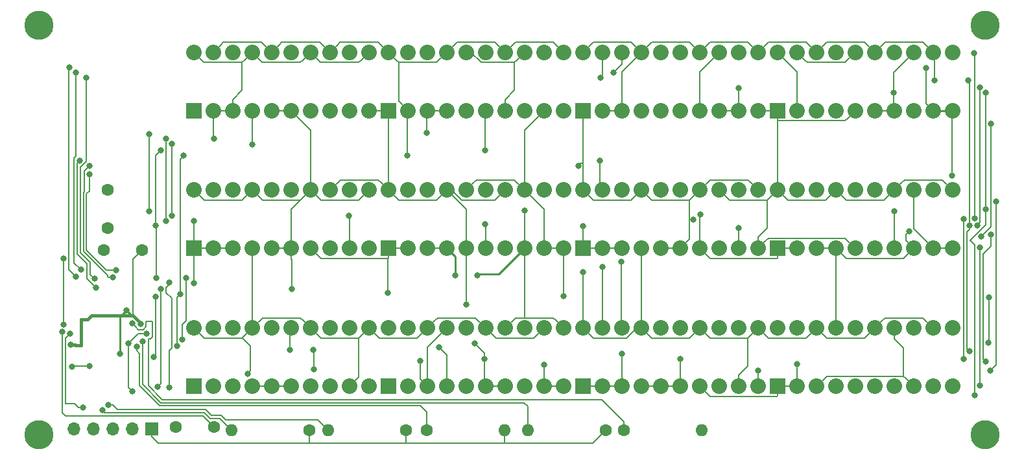
<source format=gbl>
G04 #@! TF.GenerationSoftware,KiCad,Pcbnew,(5.1.5)-3*
G04 #@! TF.CreationDate,2023-02-05T16:44:42+09:00*
G04 #@! TF.ProjectId,Dot_matrix_driver,446f745f-6d61-4747-9269-785f64726976,rev?*
G04 #@! TF.SameCoordinates,Original*
G04 #@! TF.FileFunction,Copper,L2,Bot*
G04 #@! TF.FilePolarity,Positive*
%FSLAX46Y46*%
G04 Gerber Fmt 4.6, Leading zero omitted, Abs format (unit mm)*
G04 Created by KiCad (PCBNEW (5.1.5)-3) date 2023-02-05 16:44:42*
%MOMM*%
%LPD*%
G04 APERTURE LIST*
%ADD10C,3.800000*%
%ADD11C,2.032000*%
%ADD12R,2.032000X2.032000*%
%ADD13O,1.700000X1.700000*%
%ADD14R,1.700000X1.700000*%
%ADD15O,1.600000X1.600000*%
%ADD16C,1.600000*%
%ADD17C,0.800000*%
%ADD18C,0.381000*%
%ADD19C,0.200000*%
%ADD20C,0.250000*%
%ADD21C,0.180000*%
G04 APERTURE END LIST*
D10*
X24550000Y-76200000D03*
X24550000Y-22700000D03*
X148050000Y-22700000D03*
X148050000Y-76200000D03*
D11*
X44785200Y-62265400D03*
X47325200Y-62265400D03*
X49865200Y-62265400D03*
X52405200Y-62265400D03*
X65105200Y-69885400D03*
X67645200Y-69885400D03*
X67645200Y-62265400D03*
X65105200Y-62265400D03*
X62565200Y-69885400D03*
X60025200Y-69885400D03*
X57485200Y-69885400D03*
X54945200Y-69885400D03*
X54945200Y-62265400D03*
X57485200Y-62265400D03*
X60025200Y-62265400D03*
X62565200Y-62265400D03*
X52405200Y-69885400D03*
X49865200Y-69885400D03*
X47325200Y-69885400D03*
D12*
X44785200Y-69885400D03*
D13*
X29140000Y-75450000D03*
X31680000Y-75450000D03*
X34220000Y-75450000D03*
X36760000Y-75450000D03*
D14*
X39300000Y-75450000D03*
D11*
X120985200Y-62265400D03*
X123525200Y-62265400D03*
X126065200Y-62265400D03*
X128605200Y-62265400D03*
X141305200Y-69885400D03*
X143845200Y-69885400D03*
X143845200Y-62265400D03*
X141305200Y-62265400D03*
X138765200Y-69885400D03*
X136225200Y-69885400D03*
X133685200Y-69885400D03*
X131145200Y-69885400D03*
X131145200Y-62265400D03*
X133685200Y-62265400D03*
X136225200Y-62265400D03*
X138765200Y-62265400D03*
X128605200Y-69885400D03*
X126065200Y-69885400D03*
X123525200Y-69885400D03*
D12*
X120985200Y-69885400D03*
D11*
X95585200Y-62265400D03*
X98125200Y-62265400D03*
X100665200Y-62265400D03*
X103205200Y-62265400D03*
X115905200Y-69885400D03*
X118445200Y-69885400D03*
X118445200Y-62265400D03*
X115905200Y-62265400D03*
X113365200Y-69885400D03*
X110825200Y-69885400D03*
X108285200Y-69885400D03*
X105745200Y-69885400D03*
X105745200Y-62265400D03*
X108285200Y-62265400D03*
X110825200Y-62265400D03*
X113365200Y-62265400D03*
X103205200Y-69885400D03*
X100665200Y-69885400D03*
X98125200Y-69885400D03*
D12*
X95585200Y-69885400D03*
D11*
X70185200Y-62265400D03*
X72725200Y-62265400D03*
X75265200Y-62265400D03*
X77805200Y-62265400D03*
X90505200Y-69885400D03*
X93045200Y-69885400D03*
X93045200Y-62265400D03*
X90505200Y-62265400D03*
X87965200Y-69885400D03*
X85425200Y-69885400D03*
X82885200Y-69885400D03*
X80345200Y-69885400D03*
X80345200Y-62265400D03*
X82885200Y-62265400D03*
X85425200Y-62265400D03*
X87965200Y-62265400D03*
X77805200Y-69885400D03*
X75265200Y-69885400D03*
X72725200Y-69885400D03*
D12*
X70185200Y-69885400D03*
D11*
X120985200Y-44265400D03*
X123525200Y-44265400D03*
X126065200Y-44265400D03*
X128605200Y-44265400D03*
X141305200Y-51885400D03*
X143845200Y-51885400D03*
X143845200Y-44265400D03*
X141305200Y-44265400D03*
X138765200Y-51885400D03*
X136225200Y-51885400D03*
X133685200Y-51885400D03*
X131145200Y-51885400D03*
X131145200Y-44265400D03*
X133685200Y-44265400D03*
X136225200Y-44265400D03*
X138765200Y-44265400D03*
X128605200Y-51885400D03*
X126065200Y-51885400D03*
X123525200Y-51885400D03*
D12*
X120985200Y-51885400D03*
D11*
X95585200Y-44265400D03*
X98125200Y-44265400D03*
X100665200Y-44265400D03*
X103205200Y-44265400D03*
X115905200Y-51885400D03*
X118445200Y-51885400D03*
X118445200Y-44265400D03*
X115905200Y-44265400D03*
X113365200Y-51885400D03*
X110825200Y-51885400D03*
X108285200Y-51885400D03*
X105745200Y-51885400D03*
X105745200Y-44265400D03*
X108285200Y-44265400D03*
X110825200Y-44265400D03*
X113365200Y-44265400D03*
X103205200Y-51885400D03*
X100665200Y-51885400D03*
X98125200Y-51885400D03*
D12*
X95585200Y-51885400D03*
D11*
X70185200Y-44265400D03*
X72725200Y-44265400D03*
X75265200Y-44265400D03*
X77805200Y-44265400D03*
X90505200Y-51885400D03*
X93045200Y-51885400D03*
X93045200Y-44265400D03*
X90505200Y-44265400D03*
X87965200Y-51885400D03*
X85425200Y-51885400D03*
X82885200Y-51885400D03*
X80345200Y-51885400D03*
X80345200Y-44265400D03*
X82885200Y-44265400D03*
X85425200Y-44265400D03*
X87965200Y-44265400D03*
X77805200Y-51885400D03*
X75265200Y-51885400D03*
X72725200Y-51885400D03*
D12*
X70185200Y-51885400D03*
D11*
X44785200Y-44265400D03*
X47325200Y-44265400D03*
X49865200Y-44265400D03*
X52405200Y-44265400D03*
X65105200Y-51885400D03*
X67645200Y-51885400D03*
X67645200Y-44265400D03*
X65105200Y-44265400D03*
X62565200Y-51885400D03*
X60025200Y-51885400D03*
X57485200Y-51885400D03*
X54945200Y-51885400D03*
X54945200Y-44265400D03*
X57485200Y-44265400D03*
X60025200Y-44265400D03*
X62565200Y-44265400D03*
X52405200Y-51885400D03*
X49865200Y-51885400D03*
X47325200Y-51885400D03*
D12*
X44785200Y-51885400D03*
D11*
X120985200Y-26265400D03*
X123525200Y-26265400D03*
X126065200Y-26265400D03*
X128605200Y-26265400D03*
X141305200Y-33885400D03*
X143845200Y-33885400D03*
X143845200Y-26265400D03*
X141305200Y-26265400D03*
X138765200Y-33885400D03*
X136225200Y-33885400D03*
X133685200Y-33885400D03*
X131145200Y-33885400D03*
X131145200Y-26265400D03*
X133685200Y-26265400D03*
X136225200Y-26265400D03*
X138765200Y-26265400D03*
X128605200Y-33885400D03*
X126065200Y-33885400D03*
X123525200Y-33885400D03*
D12*
X120985200Y-33885400D03*
D11*
X95585200Y-26265400D03*
X98125200Y-26265400D03*
X100665200Y-26265400D03*
X103205200Y-26265400D03*
X115905200Y-33885400D03*
X118445200Y-33885400D03*
X118445200Y-26265400D03*
X115905200Y-26265400D03*
X113365200Y-33885400D03*
X110825200Y-33885400D03*
X108285200Y-33885400D03*
X105745200Y-33885400D03*
X105745200Y-26265400D03*
X108285200Y-26265400D03*
X110825200Y-26265400D03*
X113365200Y-26265400D03*
X103205200Y-33885400D03*
X100665200Y-33885400D03*
X98125200Y-33885400D03*
D12*
X95585200Y-33885400D03*
D11*
X70185200Y-26265400D03*
X72725200Y-26265400D03*
X75265200Y-26265400D03*
X77805200Y-26265400D03*
X90505200Y-33885400D03*
X93045200Y-33885400D03*
X93045200Y-26265400D03*
X90505200Y-26265400D03*
X87965200Y-33885400D03*
X85425200Y-33885400D03*
X82885200Y-33885400D03*
X80345200Y-33885400D03*
X80345200Y-26265400D03*
X82885200Y-26265400D03*
X85425200Y-26265400D03*
X87965200Y-26265400D03*
X77805200Y-33885400D03*
X75265200Y-33885400D03*
X72725200Y-33885400D03*
D12*
X70185200Y-33885400D03*
D11*
X44790000Y-26265400D03*
X47330000Y-26265400D03*
X49870000Y-26265400D03*
X52410000Y-26265400D03*
X65110000Y-33885400D03*
X67650000Y-33885400D03*
X67650000Y-26265400D03*
X65110000Y-26265400D03*
X62570000Y-33885400D03*
X60030000Y-33885400D03*
X57490000Y-33885400D03*
X54950000Y-33885400D03*
X54950000Y-26265400D03*
X57490000Y-26265400D03*
X60030000Y-26265400D03*
X62570000Y-26265400D03*
X52410000Y-33885400D03*
X49870000Y-33885400D03*
X47330000Y-33885400D03*
D12*
X44790000Y-33885400D03*
D15*
X88390000Y-75650000D03*
D16*
X98550000Y-75650000D03*
D15*
X62290000Y-75600000D03*
D16*
X72450000Y-75600000D03*
D15*
X49690000Y-75600000D03*
D16*
X59850000Y-75600000D03*
D15*
X85360000Y-75600000D03*
D16*
X75200000Y-75600000D03*
D15*
X111060000Y-75650000D03*
D16*
X100900000Y-75650000D03*
X38000000Y-52100000D03*
X33000000Y-52100000D03*
X33550000Y-44200000D03*
X33550000Y-49200000D03*
X42400000Y-75200000D03*
X47400000Y-75200000D03*
D17*
X28700010Y-64500000D03*
X37802209Y-61780195D03*
X36000000Y-60000000D03*
X35143965Y-65642515D03*
X31159780Y-67250000D03*
X28875000Y-67375000D03*
X93029200Y-58125400D03*
X39762400Y-58227000D03*
X90489200Y-67066200D03*
X39550000Y-66102057D03*
X82818400Y-48676600D03*
X39762400Y-48879800D03*
X40462400Y-39075400D03*
X82767600Y-39075400D03*
X82716800Y-66321790D03*
X81450000Y-64300000D03*
X43273589Y-63800000D03*
X43750000Y-55760200D03*
X39877197Y-55701411D03*
X87949200Y-46949400D03*
X38978000Y-47000200D03*
X38927200Y-36941800D03*
X75198400Y-36738600D03*
X74350000Y-66600000D03*
X81749872Y-55385992D03*
X78885992Y-55385992D03*
X80350000Y-59219009D03*
X148550000Y-58300000D03*
X148524810Y-64200000D03*
X76750000Y-64799989D03*
X70118400Y-57719000D03*
X42973599Y-57860200D03*
X43448400Y-39775400D03*
X72607600Y-39775400D03*
X60450000Y-67721790D03*
X60350000Y-65099980D03*
X42573589Y-64629038D03*
X65038400Y-47609800D03*
X41869508Y-47613892D03*
X41869508Y-38207708D03*
X52389200Y-38262600D03*
X51786802Y-68277051D03*
X57570800Y-57160200D03*
X40473599Y-57200000D03*
X40050000Y-70000000D03*
X44769200Y-56460200D03*
X41531856Y-56372804D03*
X41568800Y-70063400D03*
X44769200Y-48321000D03*
X41162400Y-48321000D03*
X41162400Y-37500600D03*
X47410800Y-37500600D03*
X95569200Y-48930600D03*
X146002400Y-48847870D03*
X145912000Y-29880600D03*
X141441600Y-29931400D03*
X146002400Y-65349718D03*
X100649200Y-65643800D03*
X31150000Y-42227432D03*
X34655025Y-54744975D03*
X110890829Y-47417800D03*
X146702400Y-47942751D03*
X146674000Y-26324600D03*
X148799816Y-50105484D03*
X148124800Y-66659800D03*
X123560000Y-67004200D03*
X97850000Y-29600000D03*
X30750000Y-29600000D03*
X31839242Y-55868104D03*
X136209200Y-47017790D03*
X148126367Y-46746200D03*
X148126367Y-31564979D03*
X136158400Y-31545800D03*
X146724800Y-71028600D03*
X29350000Y-28900000D03*
X99550000Y-28900000D03*
X30056400Y-54665102D03*
X115889200Y-49217810D03*
X147026368Y-48888821D03*
X147402400Y-30845800D03*
X115940000Y-30896600D03*
X95550000Y-55001411D03*
X118480000Y-67828200D03*
X148756800Y-67879000D03*
X149526367Y-45781000D03*
X29850000Y-40400000D03*
X97750000Y-40400000D03*
X31971686Y-56990498D03*
X109996400Y-48117800D03*
X145302400Y-48067000D03*
X145251600Y-66304200D03*
X108320000Y-66304200D03*
X94950000Y-41100000D03*
X31150000Y-41100000D03*
X34185231Y-55627753D03*
X143778400Y-42326600D03*
X147424800Y-51775400D03*
X147424800Y-69809400D03*
X28550000Y-28200000D03*
X140350000Y-28281401D03*
X29366400Y-55557687D03*
X138144119Y-49668291D03*
X147600775Y-50314575D03*
X148826367Y-35570200D03*
X98150000Y-54301411D03*
X36700000Y-70536002D03*
X36200000Y-64300000D03*
X38565306Y-63034804D03*
X32850000Y-73050000D03*
X33597411Y-72350000D03*
X28568636Y-63011734D03*
X30300000Y-72700000D03*
X27594038Y-62787765D03*
X36721080Y-61689016D03*
X38056867Y-64014754D03*
X37300000Y-64699970D03*
X57350000Y-65099980D03*
X27750000Y-53200000D03*
X100550000Y-53600000D03*
X27750000Y-61800000D03*
D18*
X29265695Y-64500000D02*
X29315695Y-64550000D01*
X28700010Y-64500000D02*
X29265695Y-64500000D01*
X29315695Y-64550000D02*
X30050000Y-64550000D01*
X30050000Y-64550000D02*
X30050000Y-61150000D01*
X30918400Y-61150000D02*
X31418400Y-60650000D01*
X30050000Y-61150000D02*
X30918400Y-61150000D01*
X31418400Y-60650000D02*
X36800000Y-60650000D01*
D19*
X36800000Y-53300000D02*
X38000000Y-52100000D01*
X36800000Y-60650000D02*
X36800000Y-53300000D01*
D18*
X36800000Y-60650000D02*
X37802209Y-61652209D01*
X37802209Y-61652209D02*
X37802209Y-61780195D01*
D20*
X36650000Y-60650000D02*
X36800000Y-60650000D01*
X36000000Y-60000000D02*
X36650000Y-60650000D01*
X36000000Y-60000000D02*
X35143965Y-60856035D01*
X35143965Y-60856035D02*
X35143965Y-65642515D01*
D19*
X31159780Y-67250000D02*
X29000000Y-67250000D01*
X29000000Y-67250000D02*
X28875000Y-67375000D01*
X87965200Y-36425400D02*
X90505200Y-33885400D01*
X87965200Y-44265400D02*
X87965200Y-36425400D01*
X91942040Y-51885400D02*
X93045200Y-51885400D01*
X90505200Y-51885400D02*
X91942040Y-51885400D01*
X81361199Y-43249401D02*
X80345200Y-44265400D01*
X81661201Y-42949399D02*
X81361199Y-43249401D01*
X86649199Y-42949399D02*
X81661201Y-42949399D01*
X87965200Y-44265400D02*
X86649199Y-42949399D01*
X93045200Y-51885400D02*
X93045200Y-58109400D01*
X93045200Y-58109400D02*
X93029200Y-58125400D01*
X90489200Y-69869400D02*
X90505200Y-69885400D01*
X90489200Y-67066200D02*
X90489200Y-69869400D01*
X91942040Y-69885400D02*
X93045200Y-69885400D01*
X90505200Y-69885400D02*
X91942040Y-69885400D01*
X90505200Y-46805400D02*
X87965200Y-44265400D01*
X90505200Y-51885400D02*
X90505200Y-46805400D01*
X39762400Y-58227000D02*
X39762400Y-65889657D01*
X39762400Y-65889657D02*
X39550000Y-66102057D01*
X83988360Y-69885400D02*
X82885200Y-69885400D01*
X85425200Y-69885400D02*
X83988360Y-69885400D01*
X82885200Y-51885400D02*
X82885200Y-48743400D01*
X82885200Y-48743400D02*
X82818400Y-48676600D01*
X39762400Y-48879800D02*
X39762400Y-39775400D01*
X39762400Y-39775400D02*
X40462400Y-39075400D01*
X82767600Y-34003000D02*
X82885200Y-33885400D01*
X82767600Y-39075400D02*
X82767600Y-34003000D01*
X82716800Y-69717000D02*
X82885200Y-69885400D01*
X82716800Y-66321790D02*
X82716800Y-69717000D01*
X86949201Y-27281399D02*
X87965200Y-26265400D01*
X86649199Y-27581401D02*
X86949201Y-27281399D01*
X82253519Y-27581401D02*
X86649199Y-27581401D01*
X80937518Y-26265400D02*
X82253519Y-27581401D01*
X80345200Y-26265400D02*
X80937518Y-26265400D01*
X86649199Y-31224561D02*
X86649199Y-27581401D01*
X85425200Y-32448560D02*
X86649199Y-31224561D01*
X85425200Y-33885400D02*
X85425200Y-32448560D01*
X82716800Y-66321790D02*
X82716800Y-65566800D01*
X82716800Y-65566800D02*
X81450000Y-64300000D01*
X43750000Y-61352918D02*
X43750000Y-55760200D01*
X43273589Y-63800000D02*
X43273589Y-61829329D01*
X43273589Y-61829329D02*
X43750000Y-61352918D01*
X39877197Y-48994597D02*
X39762400Y-48879800D01*
X39877197Y-55701411D02*
X39877197Y-48994597D01*
X75265200Y-64805400D02*
X77805200Y-62265400D01*
X75265200Y-69885400D02*
X75265200Y-64805400D01*
X92029201Y-61249401D02*
X93045200Y-62265400D01*
X91729199Y-60949399D02*
X92029201Y-61249401D01*
X85425200Y-62265400D02*
X86741201Y-60949399D01*
X76368360Y-51885400D02*
X75265200Y-51885400D01*
X77805200Y-51885400D02*
X76368360Y-51885400D01*
X87965200Y-51885400D02*
X87965200Y-46965400D01*
X87965200Y-46965400D02*
X87949200Y-46949400D01*
X38978000Y-47000200D02*
X38978000Y-36992600D01*
X38978000Y-36992600D02*
X38927200Y-36941800D01*
X75198400Y-33952200D02*
X75265200Y-33885400D01*
X75198400Y-36738600D02*
X75198400Y-33952200D01*
X76702040Y-33885400D02*
X77805200Y-33885400D01*
X75265200Y-33885400D02*
X76702040Y-33885400D01*
X74350000Y-68970200D02*
X75265200Y-69885400D01*
X74350000Y-66600000D02*
X74350000Y-68970200D01*
X87965200Y-51885400D02*
X87965200Y-60484800D01*
X87999399Y-60518999D02*
X87965200Y-60484800D01*
X87999399Y-60949399D02*
X87999399Y-60518999D01*
X87999399Y-60949399D02*
X91729199Y-60949399D01*
X86741201Y-60949399D02*
X87999399Y-60949399D01*
D20*
X87965200Y-51885400D02*
X84600600Y-55250000D01*
X84600600Y-55250000D02*
X81885864Y-55250000D01*
X81885864Y-55250000D02*
X81749872Y-55385992D01*
X78885992Y-52966192D02*
X77805200Y-51885400D01*
X78885992Y-55385992D02*
X78885992Y-52966192D01*
D19*
X70185200Y-42828560D02*
X70185200Y-33885400D01*
X70185200Y-44265400D02*
X70185200Y-42828560D01*
X69052040Y-33885400D02*
X70185200Y-33885400D01*
X67615200Y-33885400D02*
X69052040Y-33885400D01*
X80345200Y-46805400D02*
X77805200Y-44265400D01*
X80345200Y-51885400D02*
X80345200Y-46805400D01*
X69169201Y-43249401D02*
X70185200Y-44265400D01*
X68869199Y-42949399D02*
X69169201Y-43249401D01*
X63881201Y-42949399D02*
X68869199Y-42949399D01*
X62565200Y-44265400D02*
X63881201Y-42949399D01*
X76489199Y-45581401D02*
X76789201Y-45281399D01*
X76789201Y-45281399D02*
X77805200Y-44265400D01*
X71501201Y-45581401D02*
X76489199Y-45581401D01*
X70185200Y-44265400D02*
X71501201Y-45581401D01*
X84409201Y-45281399D02*
X85425200Y-44265400D01*
X84109199Y-45581401D02*
X84409201Y-45281399D01*
X79713519Y-45581401D02*
X84109199Y-45581401D01*
X78397518Y-44265400D02*
X79713519Y-45581401D01*
X77805200Y-44265400D02*
X78397518Y-44265400D01*
X80345200Y-51885400D02*
X80345200Y-59214209D01*
X80345200Y-59214209D02*
X80350000Y-59219009D01*
X148550000Y-58300000D02*
X148550000Y-64174810D01*
X148550000Y-64174810D02*
X148524810Y-64200000D01*
X77805200Y-65855189D02*
X77805200Y-69885400D01*
X76750000Y-64799989D02*
X77805200Y-65855189D01*
X70185200Y-53101400D02*
X70185200Y-51885400D01*
X70085199Y-53201401D02*
X70185200Y-53101400D01*
X61341201Y-53201401D02*
X70085199Y-53201401D01*
X60025200Y-51885400D02*
X61341201Y-53201401D01*
X71401200Y-51885400D02*
X72725200Y-51885400D01*
X70185200Y-51885400D02*
X71401200Y-51885400D01*
X70085199Y-53201401D02*
X70085199Y-57685799D01*
X70085199Y-57685799D02*
X70118400Y-57719000D01*
X86741201Y-24949399D02*
X86441199Y-25249401D01*
X91729199Y-24949399D02*
X86741201Y-24949399D01*
X86441199Y-25249401D02*
X85425200Y-26265400D01*
X93045200Y-26265400D02*
X91729199Y-24949399D01*
X78821199Y-25249401D02*
X77805200Y-26265400D01*
X79121201Y-24949399D02*
X78821199Y-25249401D01*
X84109199Y-24949399D02*
X79121201Y-24949399D01*
X85425200Y-26265400D02*
X84109199Y-24949399D01*
X71501201Y-27581401D02*
X71201199Y-27281399D01*
X71201199Y-27281399D02*
X70185200Y-26265400D01*
X76489199Y-27581401D02*
X71501201Y-27581401D01*
X77805200Y-26265400D02*
X76489199Y-27581401D01*
X71501201Y-32661401D02*
X72725200Y-33885400D01*
X71501201Y-27581401D02*
X71501201Y-32661401D01*
X63551199Y-25249401D02*
X62535200Y-26265400D01*
X63851201Y-24949399D02*
X63551199Y-25249401D01*
X68869199Y-24949399D02*
X63851201Y-24949399D01*
X70185200Y-26265400D02*
X68869199Y-24949399D01*
X55931199Y-25249401D02*
X54915200Y-26265400D01*
X56231201Y-24949399D02*
X55931199Y-25249401D01*
X61219199Y-24949399D02*
X56231201Y-24949399D01*
X62535200Y-26265400D02*
X61219199Y-24949399D01*
X48311199Y-25249401D02*
X47295200Y-26265400D01*
X48611201Y-24949399D02*
X48311199Y-25249401D01*
X53599199Y-24949399D02*
X48611201Y-24949399D01*
X54915200Y-26265400D02*
X53599199Y-24949399D01*
X42973599Y-57860200D02*
X42973599Y-40250201D01*
X42973599Y-40250201D02*
X43448400Y-39775400D01*
X72607600Y-34003000D02*
X72725200Y-33885400D01*
X72607600Y-39775400D02*
X72607600Y-34003000D01*
X60450000Y-67721790D02*
X60450000Y-65199980D01*
X60450000Y-65199980D02*
X60350000Y-65099980D01*
X42573589Y-58260210D02*
X42973599Y-57860200D01*
X42573589Y-64629038D02*
X42573589Y-58260210D01*
X52405200Y-51885400D02*
X52405200Y-62265400D01*
X51389201Y-63281399D02*
X52405200Y-62265400D01*
X51089199Y-63581401D02*
X51389201Y-63281399D01*
X44785200Y-62265400D02*
X46101201Y-63581401D01*
X66629201Y-63281399D02*
X67645200Y-62265400D01*
X66329199Y-63581401D02*
X66629201Y-63281399D01*
X61341201Y-63581401D02*
X66329199Y-63581401D01*
X60025200Y-62265400D02*
X61341201Y-63581401D01*
X73949199Y-63581401D02*
X74249201Y-63281399D01*
X74249201Y-63281399D02*
X75265200Y-62265400D01*
X68961201Y-63581401D02*
X73949199Y-63581401D01*
X67645200Y-62265400D02*
X68961201Y-63581401D01*
X89489201Y-63281399D02*
X90505200Y-62265400D01*
X89189199Y-63581401D02*
X89489201Y-63281399D01*
X84201201Y-63581401D02*
X89189199Y-63581401D01*
X82885200Y-62265400D02*
X84201201Y-63581401D01*
X66329199Y-68661401D02*
X65105200Y-69885400D01*
X66329199Y-63581401D02*
X66329199Y-68661401D01*
X76281199Y-61249401D02*
X75265200Y-62265400D01*
X76581201Y-60949399D02*
X76281199Y-61249401D01*
X81569199Y-60949399D02*
X76581201Y-60949399D01*
X82885200Y-62265400D02*
X81569199Y-60949399D01*
X65105200Y-51885400D02*
X65105200Y-47676600D01*
X65105200Y-47676600D02*
X65038400Y-47609800D01*
X41869508Y-47613892D02*
X41869508Y-38207708D01*
X52389200Y-33899400D02*
X52375200Y-33885400D01*
X52389200Y-38262600D02*
X52389200Y-33899400D01*
X52186801Y-64636801D02*
X51150000Y-63600000D01*
X52186801Y-67877052D02*
X52186801Y-64636801D01*
X46101201Y-63581401D02*
X51150000Y-63600000D01*
X51786802Y-68277051D02*
X52186801Y-67877052D01*
X51150000Y-63600000D02*
X51089199Y-63581401D01*
X59009201Y-61249401D02*
X60025200Y-62265400D01*
X58709199Y-60949399D02*
X59009201Y-61249401D01*
X53721201Y-60949399D02*
X58709199Y-60949399D01*
X52405200Y-62265400D02*
X53721201Y-60949399D01*
X51389201Y-45281399D02*
X52405200Y-44265400D01*
X51089199Y-45581401D02*
X51389201Y-45281399D01*
X46101201Y-45581401D02*
X51089199Y-45581401D01*
X44785200Y-44265400D02*
X46101201Y-45581401D01*
X59009201Y-45281399D02*
X60025200Y-44265400D01*
X53721201Y-45581401D02*
X58709199Y-45581401D01*
X58709199Y-45581401D02*
X59009201Y-45281399D01*
X52405200Y-44265400D02*
X53721201Y-45581401D01*
X66329199Y-45581401D02*
X66629201Y-45281399D01*
X61341201Y-45581401D02*
X66329199Y-45581401D01*
X66629201Y-45281399D02*
X67645200Y-44265400D01*
X60025200Y-44265400D02*
X61341201Y-45581401D01*
X57485200Y-46805400D02*
X58709199Y-45581401D01*
X57485200Y-51885400D02*
X57485200Y-46805400D01*
X56048360Y-51885400D02*
X54945200Y-51885400D01*
X57485200Y-51885400D02*
X56048360Y-51885400D01*
X60025200Y-36455400D02*
X57455200Y-33885400D01*
X60025200Y-44265400D02*
X60025200Y-36455400D01*
X56018360Y-33885400D02*
X54915200Y-33885400D01*
X57455200Y-33885400D02*
X56018360Y-33885400D01*
X57485200Y-53322240D02*
X57570800Y-53407840D01*
X57485200Y-51885400D02*
X57485200Y-53322240D01*
X57570800Y-53407840D02*
X57570800Y-57160200D01*
X52338400Y-69818600D02*
X52405200Y-69885400D01*
X53842040Y-69885400D02*
X54945200Y-69885400D01*
X52405200Y-69885400D02*
X53842040Y-69885400D01*
X56382040Y-69885400D02*
X57485200Y-69885400D01*
X54945200Y-69885400D02*
X56382040Y-69885400D01*
X40473599Y-57200000D02*
X40473599Y-69576401D01*
X40473599Y-69576401D02*
X40050000Y-70000000D01*
X46001200Y-51885400D02*
X47325200Y-51885400D01*
X44785200Y-51885400D02*
X46001200Y-51885400D01*
X48762040Y-51885400D02*
X49865200Y-51885400D01*
X47325200Y-51885400D02*
X48762040Y-51885400D01*
X44785200Y-53101400D02*
X44769200Y-53117400D01*
X44785200Y-51885400D02*
X44785200Y-53101400D01*
X44769200Y-53117400D02*
X44769200Y-56753800D01*
X44769200Y-56753800D02*
X44769200Y-56460200D01*
X41173599Y-57648601D02*
X41873589Y-58348591D01*
X41173599Y-56976599D02*
X41173599Y-57648601D01*
X41531856Y-56372804D02*
X41531856Y-56618342D01*
X41531856Y-56618342D02*
X41173599Y-56976599D01*
X44785200Y-51885400D02*
X44785200Y-48337000D01*
X44785200Y-48337000D02*
X44769200Y-48321000D01*
X41162400Y-48321000D02*
X41162400Y-47755315D01*
X41162400Y-47755315D02*
X41162400Y-37500600D01*
X47295200Y-37385000D02*
X47410800Y-37500600D01*
X47295200Y-33885400D02*
X47295200Y-37385000D01*
X48732040Y-33885400D02*
X49835200Y-33885400D01*
X47295200Y-33885400D02*
X48732040Y-33885400D01*
X49835200Y-32448560D02*
X51068400Y-31215360D01*
X49835200Y-33885400D02*
X49835200Y-32448560D01*
X58979201Y-27281399D02*
X59995200Y-26265400D01*
X58679199Y-27581401D02*
X58979201Y-27281399D01*
X53691201Y-27581401D02*
X58679199Y-27581401D01*
X52375200Y-26265400D02*
X53691201Y-27581401D01*
X66599201Y-27281399D02*
X67615200Y-26265400D01*
X66299199Y-27581401D02*
X66599201Y-27281399D01*
X61311201Y-27581401D02*
X66299199Y-27581401D01*
X59995200Y-26265400D02*
X61311201Y-27581401D01*
X51359201Y-27281399D02*
X52375200Y-26265400D01*
X51059199Y-27581401D02*
X51359201Y-27281399D01*
X46071201Y-27581401D02*
X51059199Y-27581401D01*
X44755200Y-26265400D02*
X46071201Y-27581401D01*
X51059199Y-31206159D02*
X51068400Y-31215360D01*
X51059199Y-27581401D02*
X51059199Y-31206159D01*
X41873589Y-64899807D02*
X41568800Y-65204596D01*
X41873589Y-58348591D02*
X41873589Y-64899807D01*
X41568800Y-65204596D02*
X41568800Y-70063400D01*
X99562040Y-51885400D02*
X100665200Y-51885400D01*
X98125200Y-51885400D02*
X99562040Y-51885400D01*
X96801200Y-69885400D02*
X98125200Y-69885400D01*
X95585200Y-69885400D02*
X96801200Y-69885400D01*
X99562040Y-69885400D02*
X100665200Y-69885400D01*
X98125200Y-69885400D02*
X99562040Y-69885400D01*
X96801200Y-51885400D02*
X98125200Y-51885400D01*
X95585200Y-51885400D02*
X96801200Y-51885400D01*
X95585200Y-51885400D02*
X95585200Y-48946600D01*
X95585200Y-48946600D02*
X95569200Y-48930600D01*
X146002400Y-48847870D02*
X146002400Y-29971000D01*
X146002400Y-29971000D02*
X145912000Y-29880600D01*
X141441600Y-26401800D02*
X141305200Y-26265400D01*
X141441600Y-29931400D02*
X141441600Y-26401800D01*
X134701199Y-25249401D02*
X133685200Y-26265400D01*
X139989199Y-24949399D02*
X135001201Y-24949399D01*
X135001201Y-24949399D02*
X134701199Y-25249401D01*
X141305200Y-26265400D02*
X139989199Y-24949399D01*
X127081199Y-25249401D02*
X126065200Y-26265400D01*
X127381201Y-24949399D02*
X127081199Y-25249401D01*
X132369199Y-24949399D02*
X127381201Y-24949399D01*
X133685200Y-26265400D02*
X132369199Y-24949399D01*
X119461199Y-25249401D02*
X118445200Y-26265400D01*
X119761201Y-24949399D02*
X119461199Y-25249401D01*
X124749199Y-24949399D02*
X119761201Y-24949399D01*
X126065200Y-26265400D02*
X124749199Y-24949399D01*
X111841199Y-25249401D02*
X110825200Y-26265400D01*
X112141201Y-24949399D02*
X111841199Y-25249401D01*
X117129199Y-24949399D02*
X112141201Y-24949399D01*
X118445200Y-26265400D02*
X117129199Y-24949399D01*
X104521201Y-24949399D02*
X104221199Y-25249401D01*
X109509199Y-24949399D02*
X104521201Y-24949399D01*
X104221199Y-25249401D02*
X103205200Y-26265400D01*
X110825200Y-26265400D02*
X109509199Y-24949399D01*
X96601199Y-25249401D02*
X95585200Y-26265400D01*
X101889199Y-24949399D02*
X96901201Y-24949399D01*
X96901201Y-24949399D02*
X96601199Y-25249401D01*
X103205200Y-26265400D02*
X101889199Y-24949399D01*
X100665200Y-28805400D02*
X103205200Y-26265400D01*
X100665200Y-33885400D02*
X100665200Y-28805400D01*
X99562040Y-33885400D02*
X100665200Y-33885400D01*
X98125200Y-33885400D02*
X99562040Y-33885400D01*
X146002400Y-49413555D02*
X145702410Y-49713545D01*
X146002400Y-48847870D02*
X146002400Y-49413555D01*
X145702410Y-49713545D02*
X145702410Y-65049728D01*
X145702410Y-65049728D02*
X146002400Y-65349718D01*
X100649200Y-69869400D02*
X100665200Y-69885400D01*
X100649200Y-65643800D02*
X100649200Y-69869400D01*
X30750040Y-44765659D02*
X30750040Y-52101452D01*
X30750040Y-52101452D02*
X33354828Y-54706240D01*
X31150000Y-42227432D02*
X31150000Y-44365699D01*
X31150000Y-44365699D02*
X30750040Y-44765659D01*
X34050605Y-54706240D02*
X33354828Y-54706240D01*
X34089340Y-54744975D02*
X34050605Y-54706240D01*
X34655025Y-54744975D02*
X34089340Y-54744975D01*
X122088360Y-51885400D02*
X120985200Y-51885400D01*
X123525200Y-51885400D02*
X122088360Y-51885400D01*
X112141201Y-53201401D02*
X111841199Y-52901399D01*
X111841199Y-52901399D02*
X110825200Y-51885400D01*
X120885199Y-53201401D02*
X112141201Y-53201401D01*
X120985200Y-53101400D02*
X120885199Y-53201401D01*
X120985200Y-51885400D02*
X120985200Y-53101400D01*
X110825200Y-51885400D02*
X110825200Y-47483429D01*
X110825200Y-47483429D02*
X110890829Y-47417800D01*
X146702400Y-47942751D02*
X146702400Y-26353000D01*
X146702400Y-26353000D02*
X146674000Y-26324600D01*
X120885199Y-71201401D02*
X120985200Y-71101400D01*
X112141201Y-71201401D02*
X120885199Y-71201401D01*
X120985200Y-71101400D02*
X120985200Y-69885400D01*
X110825200Y-69885400D02*
X112141201Y-71201401D01*
X122201200Y-69885400D02*
X123525200Y-69885400D01*
X120985200Y-69885400D02*
X122201200Y-69885400D01*
X148799816Y-50105484D02*
X148799816Y-51613194D01*
X148799816Y-51613194D02*
X147824810Y-52588200D01*
X147824810Y-52588200D02*
X147824810Y-66359810D01*
X147824810Y-66359810D02*
X148124800Y-66659800D01*
X123560000Y-69850600D02*
X123525200Y-69885400D01*
X123560000Y-67004200D02*
X123560000Y-69850600D01*
X123525200Y-28805400D02*
X123525200Y-33885400D01*
X120985200Y-26265400D02*
X123525200Y-28805400D01*
X110825200Y-28805400D02*
X113365200Y-26265400D01*
X110825200Y-33885400D02*
X110825200Y-28805400D01*
X98125200Y-26265400D02*
X98084600Y-26265400D01*
X98125200Y-26265400D02*
X98125200Y-29324800D01*
X98125200Y-29324800D02*
X97850000Y-29600000D01*
X31248357Y-55277219D02*
X31248357Y-55200000D01*
X31839242Y-55868104D02*
X31248357Y-55277219D01*
X29950020Y-41300000D02*
X30750000Y-40500020D01*
X30750000Y-40500020D02*
X30750000Y-29600000D01*
X29950020Y-52434322D02*
X29950020Y-41300000D01*
X31248357Y-55277219D02*
X31248357Y-53732658D01*
X31248357Y-53732658D02*
X29950020Y-52434322D01*
X136225200Y-51885400D02*
X136225200Y-47033790D01*
X136225200Y-47033790D02*
X136209200Y-47017790D01*
X148126367Y-46746200D02*
X148126367Y-31564979D01*
X136158400Y-33818600D02*
X136225200Y-33885400D01*
X136158400Y-31545800D02*
X136158400Y-33818600D01*
X133685200Y-33885400D02*
X136225200Y-33885400D01*
X148126367Y-48824824D02*
X148096400Y-48854791D01*
X148126367Y-46746200D02*
X148126367Y-48824824D01*
X148070609Y-48854791D02*
X146102420Y-50822980D01*
X148096400Y-48854791D02*
X148070609Y-48854791D01*
X146102420Y-50822980D02*
X146724800Y-51445360D01*
X146724800Y-51445360D02*
X146724800Y-71028600D01*
X136158400Y-28872200D02*
X138765200Y-26265400D01*
X136158400Y-31545800D02*
X136158400Y-28872200D01*
X124541199Y-27281399D02*
X123525200Y-26265400D01*
X124841201Y-27581401D02*
X124541199Y-27281399D01*
X129829199Y-27581401D02*
X124841201Y-27581401D01*
X131145200Y-26265400D02*
X129829199Y-27581401D01*
X29150000Y-29100000D02*
X29350000Y-28900000D01*
X100665200Y-27784800D02*
X100665200Y-26265400D01*
X99550000Y-28900000D02*
X100665200Y-27784800D01*
X29149999Y-40063999D02*
X29150000Y-41350000D01*
X29350000Y-28900000D02*
X29350000Y-39863998D01*
X29350000Y-39863998D02*
X29149999Y-40063999D01*
X29150000Y-41350000D02*
X29150000Y-53758702D01*
X29150000Y-53758702D02*
X30056400Y-54665102D01*
X103205200Y-60828560D02*
X103205200Y-51885400D01*
X103205200Y-62265400D02*
X103205200Y-60828560D01*
X109809201Y-63281399D02*
X110825200Y-62265400D01*
X109509199Y-63581401D02*
X109809201Y-63281399D01*
X104521201Y-63581401D02*
X109509199Y-63581401D01*
X103205200Y-62265400D02*
X104521201Y-63581401D01*
X118404000Y-62265400D02*
X118175200Y-62494200D01*
X118445200Y-62265400D02*
X118404000Y-62265400D01*
X111841199Y-63281399D02*
X110825200Y-62265400D01*
X112141201Y-63581401D02*
X111841199Y-63281399D01*
X117129199Y-63581401D02*
X112141201Y-63581401D01*
X118445200Y-62265400D02*
X117129199Y-63581401D01*
X117129199Y-67224561D02*
X117129199Y-63581401D01*
X115905200Y-68448560D02*
X117129199Y-67224561D01*
X115905200Y-69885400D02*
X115905200Y-68448560D01*
X135001201Y-60949399D02*
X134701199Y-61249401D01*
X134701199Y-61249401D02*
X133685200Y-62265400D01*
X139989199Y-60949399D02*
X135001201Y-60949399D01*
X141305200Y-62265400D02*
X139989199Y-60949399D01*
X127081199Y-63281399D02*
X126065200Y-62265400D01*
X132369199Y-63581401D02*
X127381201Y-63581401D01*
X127381201Y-63581401D02*
X127081199Y-63281399D01*
X133685200Y-62265400D02*
X132369199Y-63581401D01*
X119761201Y-63581401D02*
X119461199Y-63281399D01*
X119461199Y-63281399D02*
X118445200Y-62265400D01*
X124749199Y-63581401D02*
X119761201Y-63581401D01*
X126065200Y-62265400D02*
X124749199Y-63581401D01*
X115905200Y-51885400D02*
X115905200Y-49233810D01*
X115905200Y-49233810D02*
X115889200Y-49217810D01*
X147426367Y-30869767D02*
X147402400Y-30845800D01*
X147026368Y-48888821D02*
X147426367Y-48488822D01*
X147426367Y-48488822D02*
X147426367Y-30869767D01*
X115940000Y-33850600D02*
X115905200Y-33885400D01*
X115940000Y-30896600D02*
X115940000Y-33850600D01*
X114468360Y-33885400D02*
X113365200Y-33885400D01*
X115905200Y-33885400D02*
X114468360Y-33885400D01*
X96601199Y-63281399D02*
X95585200Y-62265400D01*
X96901201Y-63581401D02*
X96601199Y-63281399D01*
X101296881Y-63581401D02*
X96901201Y-63581401D01*
X102612882Y-62265400D02*
X101296881Y-63581401D01*
X103205200Y-62265400D02*
X102612882Y-62265400D01*
X95585200Y-62265400D02*
X95515400Y-62265400D01*
X95515400Y-62265400D02*
X95550000Y-62230800D01*
X95550000Y-62230800D02*
X95550000Y-55001411D01*
X129621199Y-45281399D02*
X128605200Y-44265400D01*
X129921201Y-45581401D02*
X129621199Y-45281399D01*
X134909199Y-45581401D02*
X129921201Y-45581401D01*
X136225200Y-44265400D02*
X134909199Y-45581401D01*
X122301201Y-45581401D02*
X122001199Y-45281399D01*
X122001199Y-45281399D02*
X120985200Y-44265400D01*
X127289199Y-45581401D02*
X122301201Y-45581401D01*
X128605200Y-44265400D02*
X127289199Y-45581401D01*
X114381199Y-45281399D02*
X113365200Y-44265400D01*
X114681201Y-45581401D02*
X114381199Y-45281399D01*
X119669199Y-45581401D02*
X114681201Y-45581401D01*
X120985200Y-44265400D02*
X119669199Y-45581401D01*
X119669199Y-49224561D02*
X119669199Y-45581401D01*
X118445200Y-50448560D02*
X119669199Y-49224561D01*
X118445200Y-51885400D02*
X118445200Y-50448560D01*
X137241199Y-43249401D02*
X136225200Y-44265400D01*
X142529199Y-42949399D02*
X137541201Y-42949399D01*
X137541201Y-42949399D02*
X137241199Y-43249401D01*
X143845200Y-44265400D02*
X142529199Y-42949399D01*
X119882040Y-33885400D02*
X120985200Y-33885400D01*
X118445200Y-33885400D02*
X119882040Y-33885400D01*
X130129201Y-34901399D02*
X131145200Y-33885400D01*
X121085201Y-35201401D02*
X129829199Y-35201401D01*
X129829199Y-35201401D02*
X130129201Y-34901399D01*
X120985200Y-35101400D02*
X121085201Y-35201401D01*
X120985200Y-33885400D02*
X120985200Y-35101400D01*
X120985200Y-42828560D02*
X120985200Y-35101400D01*
X120985200Y-44265400D02*
X120985200Y-42828560D01*
X119461199Y-50869401D02*
X118445200Y-51885400D01*
X119761201Y-50569399D02*
X119461199Y-50869401D01*
X129829199Y-50569399D02*
X119761201Y-50569399D01*
X131145200Y-51885400D02*
X129829199Y-50569399D01*
X118480000Y-68413760D02*
X118480000Y-67828200D01*
X118445200Y-69885400D02*
X118445200Y-68448560D01*
X118445200Y-68448560D02*
X118480000Y-68413760D01*
X148756800Y-67879000D02*
X149526367Y-67109433D01*
X149526367Y-67109433D02*
X149526367Y-45781000D01*
X97750000Y-43890200D02*
X98125200Y-44265400D01*
X97750000Y-40400000D02*
X97750000Y-43890200D01*
X29550010Y-40699990D02*
X29850000Y-40400000D01*
X30848347Y-53898347D02*
X29550010Y-52600010D01*
X29550010Y-52600010D02*
X29550010Y-40699990D01*
X31971686Y-56990498D02*
X30848347Y-55867159D01*
X30848347Y-55867159D02*
X30848347Y-53898347D01*
X104642040Y-69885400D02*
X105745200Y-69885400D01*
X103205200Y-69885400D02*
X104642040Y-69885400D01*
X107182040Y-69885400D02*
X108285200Y-69885400D01*
X105745200Y-69885400D02*
X107182040Y-69885400D01*
X95585200Y-44265400D02*
X95585200Y-42828560D01*
X102189201Y-45281399D02*
X103205200Y-44265400D01*
X96901201Y-45581401D02*
X101889199Y-45581401D01*
X101889199Y-45581401D02*
X102189201Y-45281399D01*
X95585200Y-44265400D02*
X96901201Y-45581401D01*
X109809201Y-45281399D02*
X110825200Y-44265400D01*
X109509199Y-45581401D02*
X109809201Y-45281399D01*
X104521201Y-45581401D02*
X109509199Y-45581401D01*
X103205200Y-44265400D02*
X104521201Y-45581401D01*
X109509199Y-50661401D02*
X108285200Y-51885400D01*
X117429201Y-43249401D02*
X118445200Y-44265400D01*
X112141201Y-42949399D02*
X117129199Y-42949399D01*
X117129199Y-42949399D02*
X117429201Y-43249401D01*
X110825200Y-44265400D02*
X112141201Y-42949399D01*
X106848360Y-51885400D02*
X105745200Y-51885400D01*
X108285200Y-51885400D02*
X106848360Y-51885400D01*
X109509199Y-48147801D02*
X109966399Y-48147801D01*
X109966399Y-48147801D02*
X109996400Y-48117800D01*
X109509199Y-48147801D02*
X109509199Y-50661401D01*
X109509199Y-45581401D02*
X109509199Y-48147801D01*
X145302400Y-48067000D02*
X145302400Y-66253400D01*
X145302400Y-66253400D02*
X145251600Y-66304200D01*
X108320000Y-69850600D02*
X108285200Y-69885400D01*
X108320000Y-66304200D02*
X108320000Y-69850600D01*
X95285200Y-40764800D02*
X94950000Y-41100000D01*
X95585200Y-40764800D02*
X95585200Y-33885400D01*
X95585200Y-40764800D02*
X95285200Y-40764800D01*
X95585200Y-42828560D02*
X95585200Y-40764800D01*
X30450000Y-41800000D02*
X31150000Y-41100000D01*
X30450000Y-44500000D02*
X30450000Y-41800000D01*
X30350030Y-44599970D02*
X30450000Y-44500000D01*
X34185231Y-55627753D02*
X33619546Y-55627753D01*
X30350030Y-52268634D02*
X30350030Y-44599970D01*
X33619546Y-55627753D02*
X33526374Y-55534581D01*
X33526374Y-55534581D02*
X33526374Y-55444976D01*
X33526374Y-55444976D02*
X30350030Y-52268634D01*
X142408360Y-51885400D02*
X141305200Y-51885400D01*
X143845200Y-51885400D02*
X142408360Y-51885400D01*
X138765200Y-49345400D02*
X138765200Y-44265400D01*
X141305200Y-51885400D02*
X138765200Y-49345400D01*
X143778400Y-33952200D02*
X143845200Y-33885400D01*
X143778400Y-42326600D02*
X143778400Y-33952200D01*
X147424800Y-51775400D02*
X147424800Y-69809400D01*
X28450000Y-42500000D02*
X28450000Y-28300000D01*
X28450000Y-28300000D02*
X28550000Y-28200000D01*
X140350000Y-32930200D02*
X141305200Y-33885400D01*
X140350000Y-28281401D02*
X140350000Y-32930200D01*
D20*
X142742040Y-33885400D02*
X143845200Y-33885400D01*
X141305200Y-33885400D02*
X142742040Y-33885400D01*
D21*
X28440001Y-42509999D02*
X28450000Y-42500000D01*
X28440001Y-54631288D02*
X28440001Y-42509999D01*
X29366400Y-55557687D02*
X28440001Y-54631288D01*
D19*
X128605200Y-53322240D02*
X128605200Y-62265400D01*
X128605200Y-51885400D02*
X128605200Y-53322240D01*
X137749201Y-68869401D02*
X138765200Y-69885400D01*
X137449199Y-68569399D02*
X137749201Y-68869401D01*
X127381201Y-68569399D02*
X137449199Y-68569399D01*
X126065200Y-69885400D02*
X127381201Y-68569399D01*
X137449199Y-64926239D02*
X137449199Y-68569399D01*
X136225200Y-63702240D02*
X137449199Y-64926239D01*
X136225200Y-62265400D02*
X136225200Y-63702240D01*
X129621199Y-52901399D02*
X128605200Y-51885400D01*
X129921201Y-53201401D02*
X129621199Y-52901399D01*
X137449199Y-53201401D02*
X129921201Y-53201401D01*
X138765200Y-51885400D02*
X137449199Y-53201401D01*
X127168360Y-51885400D02*
X126065200Y-51885400D01*
X128605200Y-51885400D02*
X127168360Y-51885400D01*
X137749201Y-50063209D02*
X138144119Y-49668291D01*
X138765200Y-51885400D02*
X137749201Y-50869401D01*
X137749201Y-50869401D02*
X137749201Y-50063209D01*
X147600775Y-50314575D02*
X148826367Y-49088981D01*
X148826367Y-49088981D02*
X148826367Y-35570200D01*
X98150000Y-62240600D02*
X98125200Y-62265400D01*
X98150000Y-54301411D02*
X98150000Y-62240600D01*
X39300000Y-76500000D02*
X40150000Y-77350000D01*
X39300000Y-75450000D02*
X39300000Y-76500000D01*
X96850000Y-77350000D02*
X98550000Y-75650000D01*
X85360000Y-77310000D02*
X85360000Y-75600000D01*
X85400000Y-77350000D02*
X85360000Y-77310000D01*
X85400000Y-77350000D02*
X96850000Y-77350000D01*
X72550000Y-77350000D02*
X72450000Y-77250000D01*
X72450000Y-77250000D02*
X72450000Y-75600000D01*
X72550000Y-77350000D02*
X85400000Y-77350000D01*
X59850000Y-77300000D02*
X59850000Y-75600000D01*
X59900000Y-77350000D02*
X59850000Y-77300000D01*
X59900000Y-77350000D02*
X72550000Y-77350000D01*
X40150000Y-77350000D02*
X59900000Y-77350000D01*
X36700000Y-70536002D02*
X36200000Y-70036002D01*
X36200000Y-70036002D02*
X36200000Y-64300000D01*
X37465196Y-63034804D02*
X36200000Y-64300000D01*
X38565306Y-63034804D02*
X37465196Y-63034804D01*
X48189999Y-74099999D02*
X46865697Y-74099999D01*
X49690000Y-75600000D02*
X48189999Y-74099999D01*
X46865697Y-74099999D02*
X46115689Y-73349990D01*
X33100000Y-73300000D02*
X32850000Y-73050000D01*
X46115689Y-73349990D02*
X33100000Y-73349990D01*
X33100000Y-73349990D02*
X33100000Y-73300000D01*
X60934302Y-74244302D02*
X62290000Y-75600000D01*
X48900000Y-74244302D02*
X60934302Y-74244302D01*
X48355687Y-73699989D02*
X48900000Y-74244302D01*
X33597411Y-72350000D02*
X34163096Y-72350000D01*
X34163096Y-72350000D02*
X34763076Y-72949980D01*
X34763076Y-72949980D02*
X46281378Y-72949980D01*
X46281378Y-72949980D02*
X47031385Y-73699989D01*
X47031385Y-73699989D02*
X48355687Y-73699989D01*
X28050000Y-72150000D02*
X28000010Y-72100010D01*
X28000010Y-72100010D02*
X28000010Y-63500000D01*
X28000010Y-63500000D02*
X28080370Y-63500000D01*
X28080370Y-63500000D02*
X28568636Y-63011734D01*
X28100000Y-72200000D02*
X28000010Y-72100010D01*
X29234315Y-72200000D02*
X28100000Y-72200000D01*
X29734315Y-72700000D02*
X29234315Y-72200000D01*
X30300000Y-72700000D02*
X29734315Y-72700000D01*
X47400000Y-75200000D02*
X45950000Y-73750000D01*
X45950000Y-73750000D02*
X28000000Y-73750000D01*
X28000000Y-73750000D02*
X27600000Y-73350000D01*
X27600000Y-73350000D02*
X27600000Y-62793727D01*
X27600000Y-62793727D02*
X27594038Y-62787765D01*
X100900000Y-74518630D02*
X98031370Y-71650000D01*
X100900000Y-75650000D02*
X100900000Y-74518630D01*
X98031370Y-71650000D02*
X40663998Y-71650000D01*
X38849999Y-69836001D02*
X38849999Y-64600001D01*
X40663998Y-71650000D02*
X38849999Y-69836001D01*
X38849999Y-64600001D02*
X38850000Y-64600000D01*
X37121079Y-62089015D02*
X36721080Y-61689016D01*
X37512260Y-62480196D02*
X37121079Y-62089015D01*
X38138210Y-62480196D02*
X37512260Y-62480196D01*
X38502210Y-62116196D02*
X38138210Y-62480196D01*
X38502210Y-61497790D02*
X38502210Y-62116196D01*
X38550000Y-61450000D02*
X38502210Y-61497790D01*
X38849999Y-64600001D02*
X38849999Y-63736001D01*
X39362390Y-61450000D02*
X38550000Y-61450000D01*
X38849999Y-63736001D02*
X39113999Y-63736001D01*
X39113999Y-63736001D02*
X39362390Y-63487610D01*
X39362390Y-63487610D02*
X39362390Y-61450000D01*
X88390000Y-72540000D02*
X88390000Y-75650000D01*
X40498299Y-72050000D02*
X87900000Y-72050000D01*
X87900000Y-72050000D02*
X88390000Y-72540000D01*
X38056867Y-64014754D02*
X38056867Y-69608568D01*
X38056867Y-69608568D02*
X40498299Y-72050000D01*
X75200000Y-73300000D02*
X75200000Y-75600000D01*
X74350010Y-72450010D02*
X75200000Y-73300000D01*
X37300000Y-65265655D02*
X37656857Y-65622512D01*
X37656857Y-69774257D02*
X40332610Y-72450010D01*
X37300000Y-64699970D02*
X37300000Y-65265655D01*
X37656857Y-65622512D02*
X37656857Y-69774257D01*
X40332610Y-72450010D02*
X74350010Y-72450010D01*
X57350000Y-62400600D02*
X57485200Y-62265400D01*
X57350000Y-65099980D02*
X57350000Y-62400600D01*
X100550000Y-62150200D02*
X100665200Y-62265400D01*
X100550000Y-53600000D02*
X100550000Y-62150200D01*
X27750000Y-61800000D02*
X27750000Y-53200000D01*
M02*

</source>
